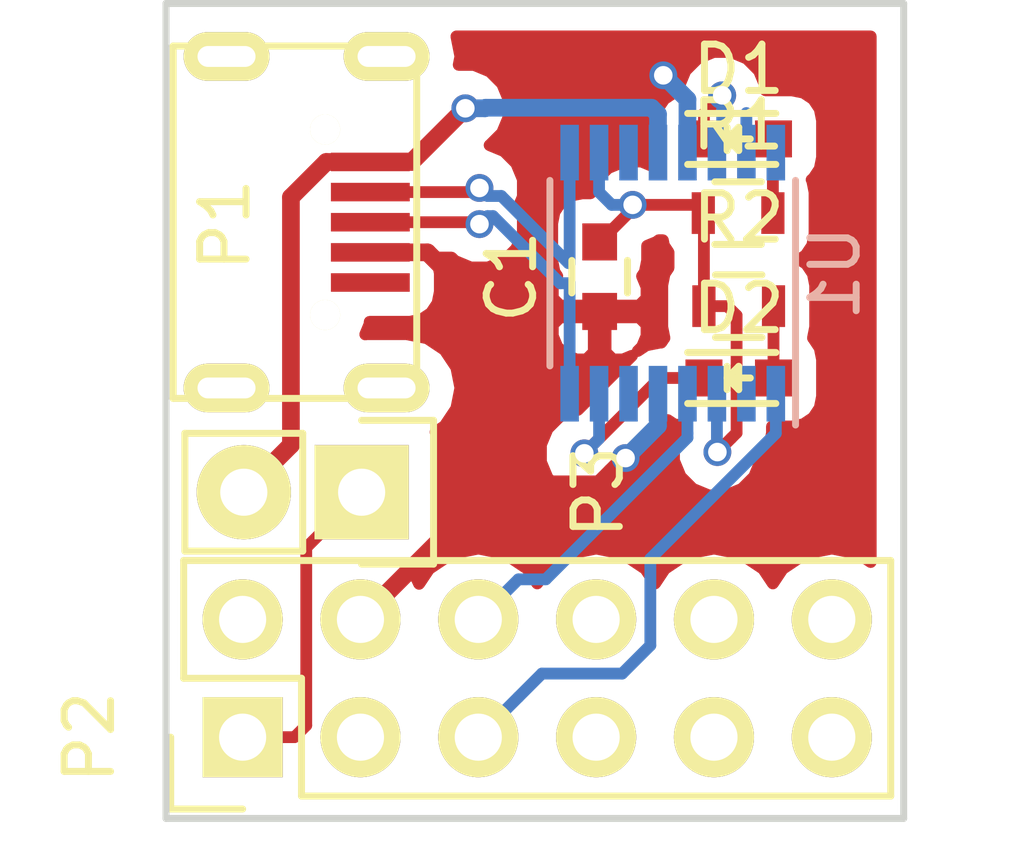
<source format=kicad_pcb>
(kicad_pcb (version 4) (host pcbnew 0.201603171416+6624~43~ubuntu15.10.1-product)

  (general
    (links 19)
    (no_connects 0)
    (area 110.7691 109.500599 133.1582 128.142601)
    (thickness 1.6)
    (drawings 4)
    (tracks 93)
    (zones 0)
    (modules 9)
    (nets 27)
  )

  (page A4)
  (layers
    (0 F.Cu signal)
    (31 B.Cu signal)
    (32 B.Adhes user)
    (33 F.Adhes user)
    (34 B.Paste user)
    (35 F.Paste user)
    (36 B.SilkS user)
    (37 F.SilkS user)
    (38 B.Mask user)
    (39 F.Mask user)
    (40 Dwgs.User user)
    (41 Cmts.User user)
    (42 Eco1.User user)
    (43 Eco2.User user)
    (44 Edge.Cuts user)
    (45 Margin user)
    (46 B.CrtYd user)
    (47 F.CrtYd user)
    (48 B.Fab user)
    (49 F.Fab user)
  )

  (setup
    (last_trace_width 0.254)
    (trace_clearance 0.1778)
    (zone_clearance 0.508)
    (zone_45_only no)
    (trace_min 0.0254)
    (segment_width 0.2)
    (edge_width 0.15)
    (via_size 0.6)
    (via_drill 0.4)
    (via_min_size 0.4)
    (via_min_drill 0.3)
    (uvia_size 0.3)
    (uvia_drill 0.1)
    (uvias_allowed no)
    (uvia_min_size 0)
    (uvia_min_drill 0)
    (pcb_text_width 0.3)
    (pcb_text_size 1.5 1.5)
    (mod_edge_width 0.15)
    (mod_text_size 1 1)
    (mod_text_width 0.15)
    (pad_size 1.524 1.524)
    (pad_drill 0.762)
    (pad_to_mask_clearance 0.2)
    (aux_axis_origin 0 0)
    (visible_elements FFFFFF7F)
    (pcbplotparams
      (layerselection 0x010f0_ffffffff)
      (usegerberextensions false)
      (excludeedgelayer true)
      (linewidth 0.100000)
      (plotframeref false)
      (viasonmask false)
      (mode 1)
      (useauxorigin false)
      (hpglpennumber 1)
      (hpglpenspeed 20)
      (hpglpendiameter 15)
      (psnegative false)
      (psa4output false)
      (plotreference true)
      (plotvalue true)
      (plotinvisibletext false)
      (padsonsilk false)
      (subtractmaskfromsilk false)
      (outputformat 1)
      (mirror false)
      (drillshape 0)
      (scaleselection 1)
      (outputdirectory Manufacturing/))
  )

  (net 0 "")
  (net 1 GND)
  (net 2 +5V)
  (net 3 "Net-(P1-Pad5)")
  (net 4 "Net-(P2-Pad12)")
  (net 5 "Net-(P2-Pad11)")
  (net 6 "Net-(P2-Pad10)")
  (net 7 "Net-(P2-Pad9)")
  (net 8 "Net-(P2-Pad2)")
  (net 9 "Net-(P2-Pad3)")
  (net 10 /TXD)
  (net 11 /RXD)
  (net 12 "Net-(P2-Pad7)")
  (net 13 "Net-(P2-Pad8)")
  (net 14 "Net-(U1-Pad2)")
  (net 15 "Net-(U1-Pad6)")
  (net 16 "Net-(U1-Pad11)")
  (net 17 "Net-(U1-Pad16)")
  (net 18 /D+)
  (net 19 /D-)
  (net 20 "Net-(C1-Pad2)")
  (net 21 "Net-(D1-Pad2)")
  (net 22 "Net-(D1-Pad1)")
  (net 23 "Net-(D2-Pad2)")
  (net 24 "Net-(D2-Pad1)")
  (net 25 "Net-(P2-Pad1)")
  (net 26 "Net-(U1-Pad15)")

  (net_class Default "This is the default net class."
    (clearance 0.1778)
    (trace_width 0.254)
    (via_dia 0.6)
    (via_drill 0.4)
    (uvia_dia 0.3)
    (uvia_drill 0.1)
    (add_net /D+)
    (add_net /D-)
    (add_net /RXD)
    (add_net /TXD)
    (add_net "Net-(C1-Pad2)")
    (add_net "Net-(D1-Pad1)")
    (add_net "Net-(D1-Pad2)")
    (add_net "Net-(D2-Pad1)")
    (add_net "Net-(D2-Pad2)")
    (add_net "Net-(P1-Pad5)")
    (add_net "Net-(P2-Pad1)")
    (add_net "Net-(P2-Pad10)")
    (add_net "Net-(P2-Pad11)")
    (add_net "Net-(P2-Pad12)")
    (add_net "Net-(P2-Pad2)")
    (add_net "Net-(P2-Pad3)")
    (add_net "Net-(P2-Pad7)")
    (add_net "Net-(P2-Pad8)")
    (add_net "Net-(P2-Pad9)")
    (add_net "Net-(U1-Pad11)")
    (add_net "Net-(U1-Pad15)")
    (add_net "Net-(U1-Pad16)")
    (add_net "Net-(U1-Pad2)")
    (add_net "Net-(U1-Pad6)")
  )

  (net_class Power ""
    (clearance 0.1778)
    (trace_width 0.381)
    (via_dia 0.6)
    (via_drill 0.4)
    (uvia_dia 0.3)
    (uvia_drill 0.1)
    (add_net +5V)
    (add_net GND)
  )

  (module Housings_SSOP:SSOP-16_3.9x4.9mm_Pitch0.635mm (layer B.Cu) (tedit 54130A77) (tstamp 56E90B1A)
    (at 125.3744 115.3922 90)
    (descr "SSOP16: plastic shrink small outline package; 16 leads; body width 3.9 mm; lead pitch 0.635; (see NXP SSOP-TSSOP-VSO-REFLOW.pdf and sot519-1_po.pdf)")
    (tags "SSOP 0.635")
    (path /56E90861)
    (attr smd)
    (fp_text reference U1 (at 0 3.5 90) (layer B.SilkS)
      (effects (font (size 1 1) (thickness 0.15)) (justify mirror))
    )
    (fp_text value FT230XS (at 0 -3.5 90) (layer B.Fab)
      (effects (font (size 1 1) (thickness 0.15)) (justify mirror))
    )
    (fp_line (start -3.45 2.75) (end -3.45 -2.75) (layer B.CrtYd) (width 0.05))
    (fp_line (start 3.45 2.75) (end 3.45 -2.75) (layer B.CrtYd) (width 0.05))
    (fp_line (start -3.45 2.75) (end 3.45 2.75) (layer B.CrtYd) (width 0.05))
    (fp_line (start -3.45 -2.75) (end 3.45 -2.75) (layer B.CrtYd) (width 0.05))
    (fp_line (start -2 -2.6475) (end 2 -2.6475) (layer B.SilkS) (width 0.15))
    (fp_line (start -3.275 2.6475) (end 2 2.6475) (layer B.SilkS) (width 0.15))
    (pad 1 smd rect (at -2.6 2.2225 90) (size 1.2 0.4) (layers B.Cu B.Paste B.Mask)
      (net 10 /TXD))
    (pad 2 smd rect (at -2.6 1.5875 90) (size 1.2 0.4) (layers B.Cu B.Paste B.Mask)
      (net 14 "Net-(U1-Pad2)"))
    (pad 3 smd rect (at -2.6 0.9525 90) (size 1.2 0.4) (layers B.Cu B.Paste B.Mask)
      (net 20 "Net-(C1-Pad2)"))
    (pad 4 smd rect (at -2.6 0.3175 90) (size 1.2 0.4) (layers B.Cu B.Paste B.Mask)
      (net 11 /RXD))
    (pad 5 smd rect (at -2.6 -0.3175 90) (size 1.2 0.4) (layers B.Cu B.Paste B.Mask)
      (net 1 GND))
    (pad 6 smd rect (at -2.6 -0.9525 90) (size 1.2 0.4) (layers B.Cu B.Paste B.Mask)
      (net 15 "Net-(U1-Pad6)"))
    (pad 7 smd rect (at -2.6 -1.5875 90) (size 1.2 0.4) (layers B.Cu B.Paste B.Mask)
      (net 24 "Net-(D2-Pad1)"))
    (pad 8 smd rect (at -2.6 -2.2225 90) (size 1.2 0.4) (layers B.Cu B.Paste B.Mask)
      (net 18 /D+))
    (pad 9 smd rect (at 2.6 -2.2225 90) (size 1.2 0.4) (layers B.Cu B.Paste B.Mask)
      (net 19 /D-))
    (pad 10 smd rect (at 2.6 -1.5875 90) (size 1.2 0.4) (layers B.Cu B.Paste B.Mask)
      (net 20 "Net-(C1-Pad2)"))
    (pad 11 smd rect (at 2.6 -0.9525 90) (size 1.2 0.4) (layers B.Cu B.Paste B.Mask)
      (net 16 "Net-(U1-Pad11)"))
    (pad 12 smd rect (at 2.6 -0.3175 90) (size 1.2 0.4) (layers B.Cu B.Paste B.Mask)
      (net 2 +5V))
    (pad 13 smd rect (at 2.6 0.3175 90) (size 1.2 0.4) (layers B.Cu B.Paste B.Mask)
      (net 1 GND))
    (pad 14 smd rect (at 2.6 0.9525 90) (size 1.2 0.4) (layers B.Cu B.Paste B.Mask)
      (net 22 "Net-(D1-Pad1)"))
    (pad 15 smd rect (at 2.6 1.5875 90) (size 1.2 0.4) (layers B.Cu B.Paste B.Mask)
      (net 26 "Net-(U1-Pad15)"))
    (pad 16 smd rect (at 2.6 2.2225 90) (size 1.2 0.4) (layers B.Cu B.Paste B.Mask)
      (net 17 "Net-(U1-Pad16)"))
    (model Housings_SSOP.3dshapes/SSOP-16_3.9x4.9mm_Pitch0.635mm.wrl
      (at (xyz 0 0 0))
      (scale (xyz 1 1 1))
      (rotate (xyz 0 0 0))
    )
  )

  (module mysensors_connectors:Micro_USB (layer F.Cu) (tedit 56EC78E4) (tstamp 56E90ABC)
    (at 114.6064 114.2934 270)
    (path /56E908FF)
    (fp_text reference P1 (at 0.0574 -1.116 270) (layer F.SilkS)
      (effects (font (size 1 1) (thickness 0.15)))
    )
    (fp_text value USB (at -0.3109 2.8845 270) (layer F.Fab)
      (effects (font (size 1 1) (thickness 0.15)))
    )
    (fp_line (start -3.8 0) (end -3.8 -5.25) (layer F.SilkS) (width 0.15))
    (fp_line (start -3.8 -5.25) (end 3.8 -5.25) (layer F.SilkS) (width 0.15))
    (fp_line (start 3.8 -5.25) (end 3.8 0) (layer F.SilkS) (width 0.15))
    (fp_line (start -3.8 0) (end 3.8 0) (layer F.SilkS) (width 0.15))
    (pad 3 smd rect (at 0 -4.25 270) (size 0.4 1.7) (layers F.Cu F.Paste F.Mask)
      (net 18 /D+))
    (pad 4 smd rect (at 0.65 -4.25 270) (size 0.4 1.7) (layers F.Cu F.Paste F.Mask)
      (net 1 GND))
    (pad 2 smd rect (at -0.65 -4.25 270) (size 0.4 1.7) (layers F.Cu F.Paste F.Mask)
      (net 19 /D-))
    (pad 1 smd trapezoid (at -1.3 -4.25 270) (size 0.4 1.7) (layers F.Cu F.Paste F.Mask)
      (net 2 +5V))
    (pad 5 smd rect (at 1.3 -4.25 270) (size 0.4 1.7) (layers F.Cu F.Paste F.Mask)
      (net 3 "Net-(P1-Pad5)"))
    (pad 6 thru_hole oval (at -3.575 -1.15 270) (size 1.05 1.85) (drill oval 0.45 1.25) (layers *.Cu *.Mask F.SilkS))
    (pad 7 thru_hole oval (at 3.575 -1.15 270) (size 1.05 1.85) (drill oval 0.45 1.25) (layers *.Cu *.Mask F.SilkS))
    (pad 8 thru_hole oval (at -3.575 -4.6 270) (size 1.05 1.85) (drill oval 0.45 1.25) (layers *.Cu *.Mask F.SilkS))
    (pad 9 thru_hole oval (at 3.575 -4.6 270) (size 1.05 1.85) (drill oval 0.45 1.25) (layers *.Cu *.Mask F.SilkS))
    (pad "" np_thru_hole circle (at -2 -3.275 270) (size 0.65 0.65) (drill 0.65) (layers *.Cu *.Mask F.SilkS))
    (pad "" np_thru_hole circle (at 2 -3.275 270) (size 0.65 0.65) (drill 0.65) (layers *.Cu *.Mask F.SilkS))
    (model mysensors.3dshapes/w.lain.3dshapes/conn_pc/usb_B_micro_smd-2.wrl
      (at (xyz 0 0.03 0))
      (scale (xyz 1 1 1))
      (rotate (xyz 0 0 0))
    )
  )

  (module mysensors_connectors:MYSX_1.2 (layer F.Cu) (tedit 55A3C188) (tstamp 56E90ACC)
    (at 116.1034 125.3998 90)
    (descr "Through hole pin header")
    (tags "pin header MYSX 1.2")
    (path /56E907D4)
    (fp_text reference P2 (at 0 -3.302 90) (layer F.SilkS)
      (effects (font (size 1 1) (thickness 0.15)))
    )
    (fp_text value MYSX_1.2 (at 1.27 16.002 90) (layer F.Fab)
      (effects (font (size 1 1) (thickness 0.15)))
    )
    (fp_text user 1.2 (at 2.54 -3.302 90) (layer Cmts.User)
      (effects (font (size 1 1) (thickness 0.15)))
    )
    (fp_line (start -2.54 -2.54) (end -2.54 15.24) (layer F.CrtYd) (width 0.05))
    (fp_line (start 5.08 -2.54) (end 5.08 15.24) (layer F.CrtYd) (width 0.05))
    (fp_line (start -2.54 -2.54) (end 5.08 -2.54) (layer F.CrtYd) (width 0.05))
    (fp_line (start -2.54 15.24) (end 5.08 15.24) (layer F.CrtYd) (width 0.05))
    (fp_line (start -1.27 1.27) (end -1.27 13.97) (layer F.SilkS) (width 0.15))
    (fp_line (start -1.27 13.97) (end 3.81 13.97) (layer F.SilkS) (width 0.15))
    (fp_line (start 3.81 13.97) (end 3.81 -1.27) (layer F.SilkS) (width 0.15))
    (fp_line (start 3.81 -1.27) (end 1.27 -1.27) (layer F.SilkS) (width 0.15))
    (fp_line (start 0 -1.55) (end -1.55 -1.55) (layer F.SilkS) (width 0.15))
    (fp_line (start 1.27 -1.27) (end 1.27 1.27) (layer F.SilkS) (width 0.15))
    (fp_line (start 1.27 1.27) (end -1.27 1.27) (layer F.SilkS) (width 0.15))
    (fp_line (start -1.55 -1.55) (end -1.55 0) (layer F.SilkS) (width 0.15))
    (pad 12 thru_hole oval (at 2.54 12.7 90) (size 1.7272 1.7272) (drill 1.016) (layers *.Cu *.Mask F.SilkS)
      (net 4 "Net-(P2-Pad12)"))
    (pad 11 thru_hole oval (at 0 12.7 90) (size 1.7272 1.7272) (drill 1.016) (layers *.Cu *.Mask F.SilkS)
      (net 5 "Net-(P2-Pad11)"))
    (pad 10 thru_hole oval (at 2.54 10.16 90) (size 1.7272 1.7272) (drill 1.016) (layers *.Cu *.Mask F.SilkS)
      (net 6 "Net-(P2-Pad10)"))
    (pad 9 thru_hole oval (at 0 10.16 90) (size 1.7272 1.7272) (drill 1.016) (layers *.Cu *.Mask F.SilkS)
      (net 7 "Net-(P2-Pad9)"))
    (pad 1 thru_hole rect (at 0 0 90) (size 1.7272 1.7272) (drill 1.016) (layers *.Cu *.Mask F.SilkS)
      (net 25 "Net-(P2-Pad1)"))
    (pad 2 thru_hole oval (at 2.54 0 90) (size 1.7272 1.7272) (drill 1.016) (layers *.Cu *.Mask F.SilkS)
      (net 8 "Net-(P2-Pad2)"))
    (pad 3 thru_hole oval (at 0 2.54 90) (size 1.7272 1.7272) (drill 1.016) (layers *.Cu *.Mask F.SilkS)
      (net 9 "Net-(P2-Pad3)"))
    (pad 4 thru_hole oval (at 2.54 2.54 90) (size 1.7272 1.7272) (drill 1.016) (layers *.Cu *.Mask F.SilkS)
      (net 1 GND))
    (pad 5 thru_hole oval (at 0 5.08 90) (size 1.7272 1.7272) (drill 1.016) (layers *.Cu *.Mask F.SilkS)
      (net 10 /TXD))
    (pad 6 thru_hole oval (at 2.54 5.08 90) (size 1.7272 1.7272) (drill 1.016) (layers *.Cu *.Mask F.SilkS)
      (net 11 /RXD))
    (pad 7 thru_hole oval (at 0 7.62 90) (size 1.7272 1.7272) (drill 1.016) (layers *.Cu *.Mask F.SilkS)
      (net 12 "Net-(P2-Pad7)"))
    (pad 8 thru_hole oval (at 2.54 7.62 90) (size 1.7272 1.7272) (drill 1.016) (layers *.Cu *.Mask F.SilkS)
      (net 13 "Net-(P2-Pad8)"))
    (model Pin_Headers.3dshapes/Pin_Header_Straight_2x06.wrl
      (at (xyz 0.05 -0.25 0))
      (scale (xyz 1 1 1))
      (rotate (xyz 0 0 90))
    )
  )

  (module Capacitors_SMD:C_0603 (layer F.Cu) (tedit 5415D631) (tstamp 56E90FD0)
    (at 123.7996 115.4684 90)
    (descr "Capacitor SMD 0603, reflow soldering, AVX (see smccp.pdf)")
    (tags "capacitor 0603")
    (path /56E912AF)
    (attr smd)
    (fp_text reference C1 (at 0 -1.9 90) (layer F.SilkS)
      (effects (font (size 1 1) (thickness 0.15)))
    )
    (fp_text value C (at 0 1.9 90) (layer F.Fab)
      (effects (font (size 1 1) (thickness 0.15)))
    )
    (fp_line (start -1.45 -0.75) (end 1.45 -0.75) (layer F.CrtYd) (width 0.05))
    (fp_line (start -1.45 0.75) (end 1.45 0.75) (layer F.CrtYd) (width 0.05))
    (fp_line (start -1.45 -0.75) (end -1.45 0.75) (layer F.CrtYd) (width 0.05))
    (fp_line (start 1.45 -0.75) (end 1.45 0.75) (layer F.CrtYd) (width 0.05))
    (fp_line (start -0.35 -0.6) (end 0.35 -0.6) (layer F.SilkS) (width 0.15))
    (fp_line (start 0.35 0.6) (end -0.35 0.6) (layer F.SilkS) (width 0.15))
    (pad 1 smd rect (at -0.75 0 90) (size 0.8 0.75) (layers F.Cu F.Paste F.Mask)
      (net 1 GND))
    (pad 2 smd rect (at 0.75 0 90) (size 0.8 0.75) (layers F.Cu F.Paste F.Mask)
      (net 20 "Net-(C1-Pad2)"))
    (model Capacitors_SMD.3dshapes/C_0603.wrl
      (at (xyz 0 0 0))
      (scale (xyz 1 1 1))
      (rotate (xyz 0 0 0))
    )
  )

  (module LEDs:LED-0603 (layer F.Cu) (tedit 55BDE255) (tstamp 56E90FD6)
    (at 126.7968 112.4966)
    (descr "LED 0603 smd package")
    (tags "LED led 0603 SMD smd SMT smt smdled SMDLED smtled SMTLED")
    (path /56E90F3E)
    (attr smd)
    (fp_text reference D1 (at 0 -1.5) (layer F.SilkS)
      (effects (font (size 1 1) (thickness 0.15)))
    )
    (fp_text value LED (at 0 1.5) (layer F.Fab)
      (effects (font (size 1 1) (thickness 0.15)))
    )
    (fp_line (start -1.1 0.55) (end 0.8 0.55) (layer F.SilkS) (width 0.15))
    (fp_line (start -1.1 -0.55) (end 0.8 -0.55) (layer F.SilkS) (width 0.15))
    (fp_line (start -0.2 0) (end 0.25 0) (layer F.SilkS) (width 0.15))
    (fp_line (start -0.25 -0.25) (end -0.25 0.25) (layer F.SilkS) (width 0.15))
    (fp_line (start -0.25 0) (end 0 -0.25) (layer F.SilkS) (width 0.15))
    (fp_line (start 0 -0.25) (end 0 0.25) (layer F.SilkS) (width 0.15))
    (fp_line (start 0 0.25) (end -0.25 0) (layer F.SilkS) (width 0.15))
    (fp_line (start 1.4 -0.75) (end 1.4 0.75) (layer F.CrtYd) (width 0.05))
    (fp_line (start 1.4 0.75) (end -1.4 0.75) (layer F.CrtYd) (width 0.05))
    (fp_line (start -1.4 0.75) (end -1.4 -0.75) (layer F.CrtYd) (width 0.05))
    (fp_line (start -1.4 -0.75) (end 1.4 -0.75) (layer F.CrtYd) (width 0.05))
    (pad 2 smd rect (at 0.7493 0 180) (size 0.79756 0.79756) (layers F.Cu F.Paste F.Mask)
      (net 21 "Net-(D1-Pad2)"))
    (pad 1 smd rect (at -0.7493 0 180) (size 0.79756 0.79756) (layers F.Cu F.Paste F.Mask)
      (net 22 "Net-(D1-Pad1)"))
  )

  (module LEDs:LED-0603 (layer F.Cu) (tedit 55BDE255) (tstamp 56E90FDC)
    (at 126.7968 117.6528)
    (descr "LED 0603 smd package")
    (tags "LED led 0603 SMD smd SMT smt smdled SMDLED smtled SMTLED")
    (path /56E90EFF)
    (attr smd)
    (fp_text reference D2 (at 0 -1.5) (layer F.SilkS)
      (effects (font (size 1 1) (thickness 0.15)))
    )
    (fp_text value LED (at 0 1.5) (layer F.Fab)
      (effects (font (size 1 1) (thickness 0.15)))
    )
    (fp_line (start -1.1 0.55) (end 0.8 0.55) (layer F.SilkS) (width 0.15))
    (fp_line (start -1.1 -0.55) (end 0.8 -0.55) (layer F.SilkS) (width 0.15))
    (fp_line (start -0.2 0) (end 0.25 0) (layer F.SilkS) (width 0.15))
    (fp_line (start -0.25 -0.25) (end -0.25 0.25) (layer F.SilkS) (width 0.15))
    (fp_line (start -0.25 0) (end 0 -0.25) (layer F.SilkS) (width 0.15))
    (fp_line (start 0 -0.25) (end 0 0.25) (layer F.SilkS) (width 0.15))
    (fp_line (start 0 0.25) (end -0.25 0) (layer F.SilkS) (width 0.15))
    (fp_line (start 1.4 -0.75) (end 1.4 0.75) (layer F.CrtYd) (width 0.05))
    (fp_line (start 1.4 0.75) (end -1.4 0.75) (layer F.CrtYd) (width 0.05))
    (fp_line (start -1.4 0.75) (end -1.4 -0.75) (layer F.CrtYd) (width 0.05))
    (fp_line (start -1.4 -0.75) (end 1.4 -0.75) (layer F.CrtYd) (width 0.05))
    (pad 2 smd rect (at 0.7493 0 180) (size 0.79756 0.79756) (layers F.Cu F.Paste F.Mask)
      (net 23 "Net-(D2-Pad2)"))
    (pad 1 smd rect (at -0.7493 0 180) (size 0.79756 0.79756) (layers F.Cu F.Paste F.Mask)
      (net 24 "Net-(D2-Pad1)"))
  )

  (module Resistors_SMD:R_0603 (layer F.Cu) (tedit 5415CC62) (tstamp 56E90FE2)
    (at 126.7834 114.0968)
    (descr "Resistor SMD 0603, reflow soldering, Vishay (see dcrcw.pdf)")
    (tags "resistor 0603")
    (path /56E90F6E)
    (attr smd)
    (fp_text reference R1 (at 0 -1.9) (layer F.SilkS)
      (effects (font (size 1 1) (thickness 0.15)))
    )
    (fp_text value R (at 0 1.9) (layer F.Fab)
      (effects (font (size 1 1) (thickness 0.15)))
    )
    (fp_line (start -1.3 -0.8) (end 1.3 -0.8) (layer F.CrtYd) (width 0.05))
    (fp_line (start -1.3 0.8) (end 1.3 0.8) (layer F.CrtYd) (width 0.05))
    (fp_line (start -1.3 -0.8) (end -1.3 0.8) (layer F.CrtYd) (width 0.05))
    (fp_line (start 1.3 -0.8) (end 1.3 0.8) (layer F.CrtYd) (width 0.05))
    (fp_line (start 0.5 0.675) (end -0.5 0.675) (layer F.SilkS) (width 0.15))
    (fp_line (start -0.5 -0.675) (end 0.5 -0.675) (layer F.SilkS) (width 0.15))
    (pad 1 smd rect (at -0.75 0) (size 0.5 0.9) (layers F.Cu F.Paste F.Mask)
      (net 20 "Net-(C1-Pad2)"))
    (pad 2 smd rect (at 0.75 0) (size 0.5 0.9) (layers F.Cu F.Paste F.Mask)
      (net 21 "Net-(D1-Pad2)"))
    (model Resistors_SMD.3dshapes/R_0603.wrl
      (at (xyz 0 0 0))
      (scale (xyz 1 1 1))
      (rotate (xyz 0 0 0))
    )
  )

  (module Resistors_SMD:R_0603 (layer F.Cu) (tedit 5415CC62) (tstamp 56E90FE8)
    (at 126.7968 116.1034)
    (descr "Resistor SMD 0603, reflow soldering, Vishay (see dcrcw.pdf)")
    (tags "resistor 0603")
    (path /56E90FB2)
    (attr smd)
    (fp_text reference R2 (at 0 -1.9) (layer F.SilkS)
      (effects (font (size 1 1) (thickness 0.15)))
    )
    (fp_text value R (at 0 1.9) (layer F.Fab)
      (effects (font (size 1 1) (thickness 0.15)))
    )
    (fp_line (start -1.3 -0.8) (end 1.3 -0.8) (layer F.CrtYd) (width 0.05))
    (fp_line (start -1.3 0.8) (end 1.3 0.8) (layer F.CrtYd) (width 0.05))
    (fp_line (start -1.3 -0.8) (end -1.3 0.8) (layer F.CrtYd) (width 0.05))
    (fp_line (start 1.3 -0.8) (end 1.3 0.8) (layer F.CrtYd) (width 0.05))
    (fp_line (start 0.5 0.675) (end -0.5 0.675) (layer F.SilkS) (width 0.15))
    (fp_line (start -0.5 -0.675) (end 0.5 -0.675) (layer F.SilkS) (width 0.15))
    (pad 1 smd rect (at -0.75 0) (size 0.5 0.9) (layers F.Cu F.Paste F.Mask)
      (net 20 "Net-(C1-Pad2)"))
    (pad 2 smd rect (at 0.75 0) (size 0.5 0.9) (layers F.Cu F.Paste F.Mask)
      (net 23 "Net-(D2-Pad2)"))
    (model Resistors_SMD.3dshapes/R_0603.wrl
      (at (xyz 0 0 0))
      (scale (xyz 1 1 1))
      (rotate (xyz 0 0 0))
    )
  )

  (module Pin_Headers:Pin_Header_Straight_1x02 (layer F.Cu) (tedit 54EA090C) (tstamp 56E94444)
    (at 118.6688 120.1166 270)
    (descr "Through hole pin header")
    (tags "pin header")
    (path /56E94484)
    (fp_text reference P3 (at 0 -5.1 270) (layer F.SilkS)
      (effects (font (size 1 1) (thickness 0.15)))
    )
    (fp_text value supply (at 0 -3.1 270) (layer F.Fab)
      (effects (font (size 1 1) (thickness 0.15)))
    )
    (fp_line (start 1.27 1.27) (end 1.27 3.81) (layer F.SilkS) (width 0.15))
    (fp_line (start 1.55 -1.55) (end 1.55 0) (layer F.SilkS) (width 0.15))
    (fp_line (start -1.75 -1.75) (end -1.75 4.3) (layer F.CrtYd) (width 0.05))
    (fp_line (start 1.75 -1.75) (end 1.75 4.3) (layer F.CrtYd) (width 0.05))
    (fp_line (start -1.75 -1.75) (end 1.75 -1.75) (layer F.CrtYd) (width 0.05))
    (fp_line (start -1.75 4.3) (end 1.75 4.3) (layer F.CrtYd) (width 0.05))
    (fp_line (start 1.27 1.27) (end -1.27 1.27) (layer F.SilkS) (width 0.15))
    (fp_line (start -1.55 0) (end -1.55 -1.55) (layer F.SilkS) (width 0.15))
    (fp_line (start -1.55 -1.55) (end 1.55 -1.55) (layer F.SilkS) (width 0.15))
    (fp_line (start -1.27 1.27) (end -1.27 3.81) (layer F.SilkS) (width 0.15))
    (fp_line (start -1.27 3.81) (end 1.27 3.81) (layer F.SilkS) (width 0.15))
    (pad 1 thru_hole rect (at 0 0 270) (size 2.032 2.032) (drill 1.016) (layers *.Cu *.Mask F.SilkS)
      (net 25 "Net-(P2-Pad1)"))
    (pad 2 thru_hole oval (at 0 2.54 270) (size 2.032 2.032) (drill 1.016) (layers *.Cu *.Mask F.SilkS)
      (net 2 +5V))
    (model Pin_Headers.3dshapes/Pin_Header_Straight_1x02.wrl
      (at (xyz 0 -0.05 0))
      (scale (xyz 1 1 1))
      (rotate (xyz 0 0 90))
    )
  )

  (gr_line (start 114.4524 109.5756) (end 114.4524 127.1524) (layer Edge.Cuts) (width 0.15))
  (gr_line (start 130.3528 109.5756) (end 114.4524 109.5756) (layer Edge.Cuts) (width 0.15))
  (gr_line (start 130.3528 127.1524) (end 130.3528 109.5756) (layer Edge.Cuts) (width 0.15))
  (gr_line (start 114.4524 127.1524) (end 130.3528 127.1524) (layer Edge.Cuts) (width 0.15))

  (segment (start 124.058401 119.679999) (end 124.3584 119.38) (width 0.381) (layer F.Cu) (net 1))
  (segment (start 121.556498 119.946702) (end 123.791698 119.946702) (width 0.381) (layer F.Cu) (net 1))
  (segment (start 118.6434 122.8598) (end 121.556498 119.946702) (width 0.381) (layer F.Cu) (net 1))
  (segment (start 123.791698 119.946702) (end 124.058401 119.679999) (width 0.381) (layer F.Cu) (net 1))
  (segment (start 125.6919 112.7922) (end 125.6919 111.6457) (width 0.381) (layer B.Cu) (net 1))
  (segment (start 125.6919 111.6457) (end 125.1712 111.125) (width 0.381) (layer B.Cu) (net 1))
  (via (at 125.1712 111.125) (size 0.6) (drill 0.4) (layers F.Cu B.Cu) (net 1))
  (segment (start 123.7996 116.2184) (end 120.7008 116.2184) (width 0.381) (layer F.Cu) (net 1))
  (segment (start 120.7008 116.2184) (end 120.3636 116.2184) (width 0.381) (layer F.Cu) (net 1))
  (segment (start 118.8564 114.9434) (end 120.0874 114.9434) (width 0.381) (layer F.Cu) (net 1))
  (segment (start 120.0874 114.9434) (end 120.7008 115.5568) (width 0.381) (layer F.Cu) (net 1))
  (segment (start 120.7008 115.5568) (end 120.7008 116.2184) (width 0.381) (layer F.Cu) (net 1))
  (segment (start 125.0569 117.9922) (end 125.0569 118.6815) (width 0.381) (layer B.Cu) (net 1))
  (segment (start 125.0569 118.6815) (end 124.3584 119.38) (width 0.381) (layer B.Cu) (net 1))
  (via (at 124.3584 119.38) (size 0.6) (drill 0.4) (layers F.Cu B.Cu) (net 1))
  (segment (start 125.0569 111.964258) (end 125.0569 112.7922) (width 0.381) (layer B.Cu) (net 2))
  (segment (start 124.916541 111.823899) (end 125.0569 111.964258) (width 0.381) (layer B.Cu) (net 2))
  (segment (start 121.340565 111.823899) (end 124.916541 111.823899) (width 0.381) (layer B.Cu) (net 2))
  (segment (start 121.328264 111.8362) (end 121.340565 111.823899) (width 0.381) (layer B.Cu) (net 2))
  (segment (start 120.904 111.8362) (end 121.328264 111.8362) (width 0.381) (layer B.Cu) (net 2))
  (segment (start 118.8564 112.9934) (end 119.7468 112.9934) (width 0.381) (layer F.Cu) (net 2))
  (segment (start 119.7468 112.9934) (end 120.904 111.8362) (width 0.381) (layer F.Cu) (net 2))
  (via (at 120.904 111.8362) (size 0.6) (drill 0.4) (layers F.Cu B.Cu) (net 2))
  (segment (start 116.1288 120.1166) (end 117.144799 119.100601) (width 0.381) (layer F.Cu) (net 2))
  (segment (start 117.144799 119.100601) (end 117.144799 113.755001) (width 0.381) (layer F.Cu) (net 2))
  (segment (start 117.144799 113.755001) (end 117.9064 112.9934) (width 0.381) (layer F.Cu) (net 2))
  (segment (start 117.9064 112.9934) (end 118.8564 112.9934) (width 0.381) (layer F.Cu) (net 2))
  (segment (start 122.046999 124.536201) (end 121.1834 125.3998) (width 0.254) (layer B.Cu) (net 10))
  (segment (start 122.554999 124.028201) (end 122.046999 124.536201) (width 0.254) (layer B.Cu) (net 10))
  (segment (start 127.5969 117.9922) (end 127.5969 118.8462) (width 0.254) (layer B.Cu) (net 10))
  (segment (start 127.5969 118.8462) (end 124.891801 121.551299) (width 0.254) (layer B.Cu) (net 10))
  (segment (start 124.891801 121.551299) (end 124.891801 123.420633) (width 0.254) (layer B.Cu) (net 10))
  (segment (start 124.891801 123.420633) (end 124.284233 124.028201) (width 0.254) (layer B.Cu) (net 10))
  (segment (start 124.284233 124.028201) (end 122.554999 124.028201) (width 0.254) (layer B.Cu) (net 10))
  (segment (start 125.6919 118.8462) (end 125.6919 117.9922) (width 0.254) (layer B.Cu) (net 11))
  (segment (start 125.6919 118.941608) (end 125.6919 118.8462) (width 0.254) (layer B.Cu) (net 11))
  (segment (start 122.637307 121.996201) (end 125.6919 118.941608) (width 0.254) (layer B.Cu) (net 11))
  (segment (start 122.046999 121.996201) (end 122.637307 121.996201) (width 0.254) (layer B.Cu) (net 11))
  (segment (start 121.1834 122.8598) (end 122.046999 121.996201) (width 0.254) (layer B.Cu) (net 11))
  (segment (start 121.381801 114.161399) (end 121.2088 114.3344) (width 0.254) (layer B.Cu) (net 18))
  (segment (start 123.1519 115.6092) (end 122.947716 115.6092) (width 0.254) (layer B.Cu) (net 18))
  (segment (start 121.499915 114.161399) (end 121.381801 114.161399) (width 0.254) (layer B.Cu) (net 18))
  (via (at 121.2088 114.3344) (size 0.6) (drill 0.4) (layers F.Cu B.Cu) (net 18))
  (segment (start 118.8564 114.2934) (end 121.1678 114.2934) (width 0.254) (layer F.Cu) (net 18))
  (segment (start 121.1678 114.2934) (end 121.2088 114.3344) (width 0.254) (layer F.Cu) (net 18))
  (segment (start 123.1519 117.9922) (end 123.1519 115.6092) (width 0.254) (layer B.Cu) (net 18))
  (segment (start 122.947716 115.6092) (end 121.499915 114.161399) (width 0.254) (layer B.Cu) (net 18))
  (segment (start 118.8564 113.6434) (end 121.1198 113.6434) (width 0.254) (layer F.Cu) (net 19))
  (segment (start 121.1198 113.6434) (end 121.2088 113.5544) (width 0.254) (layer F.Cu) (net 19))
  (via (at 121.2088 113.5544) (size 0.6) (drill 0.4) (layers F.Cu B.Cu) (net 19))
  (segment (start 121.381801 113.727401) (end 121.2088 113.5544) (width 0.254) (layer B.Cu) (net 19))
  (segment (start 123.1519 112.7922) (end 123.1519 115.1752) (width 0.254) (layer B.Cu) (net 19))
  (segment (start 123.1519 115.1752) (end 123.127484 115.1752) (width 0.254) (layer B.Cu) (net 19))
  (segment (start 123.127484 115.1752) (end 121.679685 113.727401) (width 0.254) (layer B.Cu) (net 19))
  (segment (start 121.679685 113.727401) (end 121.381801 113.727401) (width 0.254) (layer B.Cu) (net 19))
  (segment (start 126.0468 116.1034) (end 126.5508 116.1034) (width 0.254) (layer F.Cu) (net 20))
  (segment (start 126.637092 118.950677) (end 126.337093 119.250676) (width 0.254) (layer F.Cu) (net 20))
  (segment (start 126.5508 116.1034) (end 126.751081 116.303681) (width 0.254) (layer F.Cu) (net 20))
  (segment (start 126.751081 116.303681) (end 126.751081 118.836688) (width 0.254) (layer F.Cu) (net 20))
  (segment (start 126.751081 118.836688) (end 126.637092 118.950677) (width 0.254) (layer F.Cu) (net 20))
  (segment (start 126.0468 116.1034) (end 126.0468 114.1102) (width 0.254) (layer F.Cu) (net 20))
  (segment (start 126.0468 114.1102) (end 126.0334 114.0968) (width 0.254) (layer F.Cu) (net 20))
  (segment (start 124.5108 113.919) (end 125.8556 113.919) (width 0.254) (layer F.Cu) (net 20))
  (segment (start 125.8556 113.919) (end 126.0334 114.0968) (width 0.254) (layer F.Cu) (net 20))
  (segment (start 126.3269 119.240483) (end 126.337093 119.250676) (width 0.254) (layer B.Cu) (net 20))
  (via (at 126.337093 119.250676) (size 0.6) (drill 0.4) (layers F.Cu B.Cu) (net 20))
  (segment (start 126.3269 117.9922) (end 126.3269 119.240483) (width 0.254) (layer B.Cu) (net 20))
  (segment (start 124.5108 113.919) (end 124.5108 114.0072) (width 0.254) (layer F.Cu) (net 20))
  (segment (start 124.5108 114.0072) (end 123.7996 114.7184) (width 0.254) (layer F.Cu) (net 20))
  (segment (start 123.7869 112.7922) (end 123.7869 113.6462) (width 0.254) (layer B.Cu) (net 20))
  (segment (start 123.7869 113.6462) (end 124.0597 113.919) (width 0.254) (layer B.Cu) (net 20))
  (segment (start 124.0597 113.919) (end 124.5108 113.919) (width 0.254) (layer B.Cu) (net 20))
  (via (at 124.5108 113.919) (size 0.6) (drill 0.4) (layers F.Cu B.Cu) (net 20))
  (segment (start 127.5334 114.0968) (end 127.5334 112.5093) (width 0.254) (layer F.Cu) (net 21))
  (segment (start 127.5334 112.5093) (end 127.5461 112.4966) (width 0.254) (layer F.Cu) (net 21))
  (segment (start 126.4412 111.5568) (end 126.4412 112.6779) (width 0.254) (layer B.Cu) (net 22))
  (segment (start 126.4412 112.6779) (end 126.3269 112.7922) (width 0.254) (layer B.Cu) (net 22))
  (segment (start 126.0475 112.4966) (end 126.0475 111.9505) (width 0.254) (layer F.Cu) (net 22))
  (via (at 126.4412 111.5568) (size 0.6) (drill 0.4) (layers F.Cu B.Cu) (net 22))
  (segment (start 126.0475 111.9505) (end 126.4412 111.5568) (width 0.254) (layer F.Cu) (net 22))
  (segment (start 126.365 112.7541) (end 126.3269 112.7922) (width 0.254) (layer B.Cu) (net 22))
  (segment (start 127.5468 116.1034) (end 127.5468 117.6521) (width 0.254) (layer F.Cu) (net 23))
  (segment (start 127.5468 117.6521) (end 127.5461 117.6528) (width 0.254) (layer F.Cu) (net 23))
  (segment (start 123.4694 119.2784) (end 123.7869 118.9609) (width 0.254) (layer B.Cu) (net 24))
  (segment (start 123.7869 118.9609) (end 123.7869 117.9922) (width 0.254) (layer B.Cu) (net 24))
  (via (at 123.4694 119.2784) (size 0.6) (drill 0.4) (layers F.Cu B.Cu) (net 24))
  (segment (start 126.0475 117.6528) (end 125.095 117.6528) (width 0.254) (layer F.Cu) (net 24))
  (segment (start 125.095 117.6528) (end 123.4694 119.2784) (width 0.254) (layer F.Cu) (net 24))
  (segment (start 116.1034 125.3998) (end 117.221 125.3998) (width 0.254) (layer F.Cu) (net 25))
  (segment (start 117.221 125.3998) (end 117.474999 125.145801) (width 0.254) (layer F.Cu) (net 25))
  (segment (start 117.474999 121.310401) (end 118.6688 120.1166) (width 0.254) (layer F.Cu) (net 25))
  (segment (start 117.474999 125.145801) (end 117.474999 121.310401) (width 0.254) (layer F.Cu) (net 25))
  (segment (start 126.9619 111.9382) (end 126.9619 112.7922) (width 0.254) (layer B.Cu) (net 26))

  (zone (net 1) (net_name GND) (layer F.Cu) (tstamp 0) (hatch edge 0.508)
    (connect_pads (clearance 0.508))
    (min_thickness 0.254)
    (fill yes (arc_segments 16) (thermal_gap 0.508) (thermal_bridge_width 0.508))
    (polygon
      (pts
        (xy 114.4524 109.601) (xy 130.302 109.5502) (xy 130.3782 127.0762) (xy 114.4524 127.0254)
      )
    )
    (filled_polygon
      (pts
        (xy 118.7704 122.7328) (xy 118.7904 122.7328) (xy 118.7904 122.9868) (xy 118.7704 122.9868) (xy 118.7704 123.0068)
        (xy 118.5164 123.0068) (xy 118.5164 122.9868) (xy 118.4964 122.9868) (xy 118.4964 122.7328) (xy 118.5164 122.7328)
        (xy 118.5164 122.7128) (xy 118.7704 122.7128)
      )
    )
    (filled_polygon
      (pts
        (xy 129.6428 121.623591) (xy 129.376889 121.445915) (xy 128.8034 121.331841) (xy 128.229911 121.445915) (xy 127.74373 121.770771)
        (xy 127.5334 122.085552) (xy 127.32307 121.770771) (xy 126.836889 121.445915) (xy 126.2634 121.331841) (xy 125.689911 121.445915)
        (xy 125.20373 121.770771) (xy 124.9934 122.085552) (xy 124.78307 121.770771) (xy 124.296889 121.445915) (xy 123.7234 121.331841)
        (xy 123.149911 121.445915) (xy 122.66373 121.770771) (xy 122.4534 122.085552) (xy 122.24307 121.770771) (xy 121.756889 121.445915)
        (xy 121.1834 121.331841) (xy 120.609911 121.445915) (xy 120.12373 121.770771) (xy 119.907736 122.094028) (xy 119.850221 121.97131)
        (xy 119.64067 121.78004) (xy 119.6848 121.78004) (xy 119.932565 121.730757) (xy 120.142609 121.590409) (xy 120.282957 121.380365)
        (xy 120.33224 121.1326) (xy 120.33224 119.463567) (xy 122.534238 119.463567) (xy 122.676283 119.807343) (xy 122.939073 120.070592)
        (xy 123.282601 120.213238) (xy 123.654567 120.213562) (xy 123.998343 120.071517) (xy 124.261592 119.808727) (xy 124.404238 119.465199)
        (xy 124.404276 119.421154) (xy 125.265921 118.55951) (xy 125.400955 118.649737) (xy 125.579967 118.685344) (xy 125.544901 118.720349)
        (xy 125.402255 119.063877) (xy 125.401931 119.435843) (xy 125.543976 119.779619) (xy 125.806766 120.042868) (xy 126.150294 120.185514)
        (xy 126.52226 120.185838) (xy 126.866036 120.043793) (xy 127.129285 119.781003) (xy 127.271931 119.437475) (xy 127.271969 119.39343)
        (xy 127.289897 119.375503) (xy 127.388915 119.227311) (xy 127.455077 119.128293) (xy 127.513081 118.836688) (xy 127.513081 118.69902)
        (xy 127.94488 118.69902) (xy 128.192645 118.649737) (xy 128.402689 118.509389) (xy 128.543037 118.299345) (xy 128.59232 118.05158)
        (xy 128.59232 117.25402) (xy 128.543037 117.006255) (xy 128.402689 116.796211) (xy 128.396734 116.792232) (xy 128.44424 116.5534)
        (xy 128.44424 115.6534) (xy 128.394957 115.405635) (xy 128.254609 115.195591) (xy 128.104998 115.095623) (xy 128.241209 115.004609)
        (xy 128.381557 114.794565) (xy 128.43084 114.5468) (xy 128.43084 113.6468) (xy 128.381557 113.399035) (xy 128.366901 113.377102)
        (xy 128.402689 113.353189) (xy 128.543037 113.143145) (xy 128.59232 112.89538) (xy 128.59232 112.09782) (xy 128.543037 111.850055)
        (xy 128.402689 111.640011) (xy 128.192645 111.499663) (xy 127.94488 111.45038) (xy 127.376293 111.45038) (xy 127.376362 111.371633)
        (xy 127.234317 111.027857) (xy 126.971527 110.764608) (xy 126.627999 110.621962) (xy 126.256033 110.621638) (xy 125.912257 110.763683)
        (xy 125.649008 111.026473) (xy 125.506362 111.370001) (xy 125.506323 111.415221) (xy 125.457402 111.488435) (xy 125.400955 111.499663)
        (xy 125.190911 111.640011) (xy 125.050563 111.850055) (xy 125.00128 112.09782) (xy 125.00128 112.89538) (xy 125.048853 113.134547)
        (xy 125.041127 113.126808) (xy 124.697599 112.984162) (xy 124.325633 112.983838) (xy 123.981857 113.125883) (xy 123.718608 113.388673)
        (xy 123.601392 113.67096) (xy 123.4246 113.67096) (xy 123.176835 113.720243) (xy 122.966791 113.860591) (xy 122.826443 114.070635)
        (xy 122.77716 114.3184) (xy 122.77716 115.1184) (xy 122.826443 115.366165) (xy 122.887473 115.457502) (xy 122.886273 115.458702)
        (xy 122.7896 115.692091) (xy 122.7896 115.93265) (xy 122.94835 116.0914) (xy 123.6726 116.0914) (xy 123.6726 116.0714)
        (xy 123.9266 116.0714) (xy 123.9266 116.0914) (xy 124.65085 116.0914) (xy 124.8096 115.93265) (xy 124.8096 115.692091)
        (xy 124.712927 115.458702) (xy 124.711727 115.457502) (xy 124.772757 115.366165) (xy 124.82204 115.1184) (xy 124.82204 114.80207)
        (xy 125.039743 114.712117) (xy 125.070914 114.681) (xy 125.162654 114.681) (xy 125.185243 114.794565) (xy 125.2848 114.943561)
        (xy 125.2848 115.276693) (xy 125.198643 115.405635) (xy 125.14936 115.6534) (xy 125.14936 116.5534) (xy 125.196866 116.792232)
        (xy 125.190911 116.796211) (xy 125.127708 116.8908) (xy 125.095 116.8908) (xy 124.803396 116.948803) (xy 124.61904 117.071986)
        (xy 124.712927 116.978098) (xy 124.8096 116.744709) (xy 124.8096 116.50415) (xy 124.65085 116.3454) (xy 123.9266 116.3454)
        (xy 123.9266 117.09465) (xy 124.08535 117.2534) (xy 124.30091 117.2534) (xy 124.498694 117.171475) (xy 123.326895 118.343275)
        (xy 123.284233 118.343238) (xy 122.940457 118.485283) (xy 122.677208 118.748073) (xy 122.534562 119.091601) (xy 122.534238 119.463567)
        (xy 120.33224 119.463567) (xy 120.33224 119.1006) (xy 120.282957 118.852835) (xy 120.260894 118.819815) (xy 120.457206 118.688644)
        (xy 120.708662 118.312313) (xy 120.796962 117.8684) (xy 120.708662 117.424487) (xy 120.457206 117.048156) (xy 120.080875 116.7967)
        (xy 119.636962 116.7084) (xy 118.775838 116.7084) (xy 118.746093 116.714317) (xy 118.833361 116.50415) (xy 122.7896 116.50415)
        (xy 122.7896 116.744709) (xy 122.886273 116.978098) (xy 123.064901 117.156727) (xy 123.29829 117.2534) (xy 123.51385 117.2534)
        (xy 123.6726 117.09465) (xy 123.6726 116.3454) (xy 122.94835 116.3454) (xy 122.7896 116.50415) (xy 118.833361 116.50415)
        (xy 118.841233 116.485194) (xy 118.841272 116.44084) (xy 119.7064 116.44084) (xy 119.954165 116.391557) (xy 120.164209 116.251209)
        (xy 120.304557 116.041165) (xy 120.35384 115.7934) (xy 120.35384 115.3934) (xy 120.333183 115.289547) (xy 120.3414 115.269709)
        (xy 120.3414 115.20215) (xy 120.309442 115.170192) (xy 120.304557 115.145635) (xy 120.254287 115.070402) (xy 120.3414 115.070402)
        (xy 120.3414 115.0554) (xy 120.607405 115.0554) (xy 120.678473 115.126592) (xy 121.022001 115.269238) (xy 121.393967 115.269562)
        (xy 121.737743 115.127517) (xy 122.000992 114.864727) (xy 122.143638 114.521199) (xy 122.143962 114.149233) (xy 122.059294 113.944321)
        (xy 122.143638 113.741199) (xy 122.143962 113.369233) (xy 122.001917 113.025457) (xy 121.739127 112.762208) (xy 121.426 112.632186)
        (xy 121.432943 112.629317) (xy 121.696192 112.366527) (xy 121.838838 112.022999) (xy 121.839162 111.651033) (xy 121.697117 111.307257)
        (xy 121.434327 111.044008) (xy 121.090799 110.901362) (xy 120.760626 110.901074) (xy 120.796962 110.7184) (xy 120.710873 110.2856)
        (xy 129.6428 110.2856)
      )
    )
  )
)

</source>
